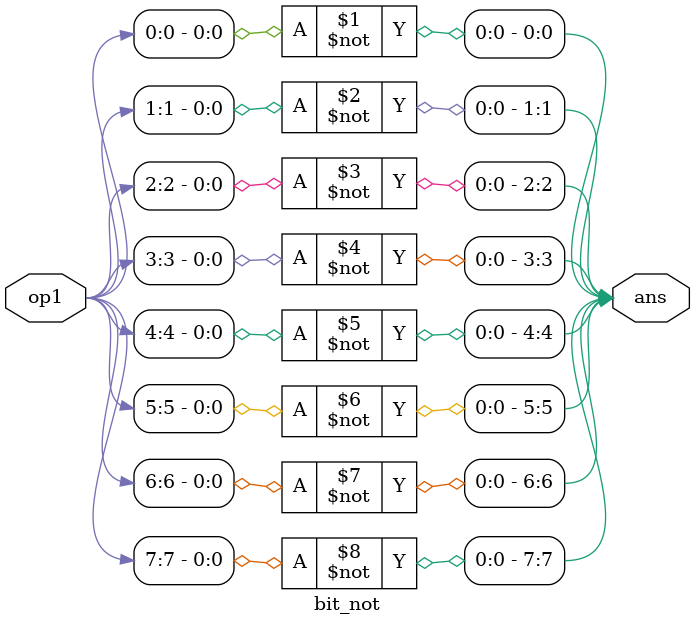
<source format=v>
`timescale 1ns/1ps

module bit_not(input[7:0] op1, output[7:0] ans);

	// Bitwise NOT of an 8-bit binary number

	not(ans[0], op1[0]);
	not(ans[1], op1[1]);
	not(ans[2], op1[2]);
	not(ans[3], op1[3]);
	not(ans[4], op1[4]);
	not(ans[5], op1[5]);
	not(ans[6], op1[6]);
	not(ans[7], op1[7]);
	
endmodule
</source>
